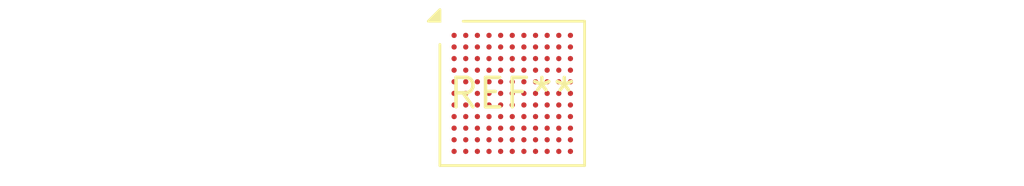
<source format=kicad_pcb>
(kicad_pcb (version 20240108) (generator pcbnew)
  (layers (0 "F.Cu" signal) (31 "B.Cu" signal) (34 "B.Paste" user) (35 "F.Paste" user) (36 "B.SilkS" user "B.Silkscreen") (37 "F.SilkS" user "F.Silkscreen") (38 "B.Mask" user) (39 "F.Mask" user) (44 "Edge.Cuts" user))
  (net 0 "")
  (footprint "ST_UFBGA-121_6x6mm_Layout11x11_P0.5mm" (layer "F.Cu") (at 0 0)
    (property "Reference" "REF**")
    (property "Value" "ST_UFBGA-121_6x6mm_Layout11x11_P0.5mm")
    (fp_line (start -3.11 3.11) (end -3.11 -2.11) (layer "F.SilkS") (stroke (width 0.12)))
    (fp_line (start -2.11 -3.11) (end 3.11 -3.11) (layer "F.SilkS") (stroke (width 0.12)))
    (fp_line (start 3.11 -3.11) (end 3.11 3.11) (layer "F.SilkS") (stroke (width 0.12)))
    (fp_line (start 3.11 3.11) (end -3.11 3.11) (layer "F.SilkS") (stroke (width 0.12)))
    (fp_poly (pts (xy -3.11 -3.11) (xy -3.61 -3.11) (xy -3.11 -3.61) (xy -3.11 -3.11)) (layer "F.SilkS") (stroke (width 0.12)) (fill solid))
    (pad "A1" smd circle (at -2.5 -2.5) (size 0.225 0.225) (property pad_prop_bga) (layers "F.Cu" "F.Paste" "F.Mask"))
    (pad "A2" smd circle (at -2 -2.5) (size 0.225 0.225) (property pad_prop_bga) (layers "F.Cu" "F.Paste" "F.Mask"))
    (pad "A3" smd circle (at -1.5 -2.5) (size 0.225 0.225) (property pad_prop_bga) (layers "F.Cu" "F.Paste" "F.Mask"))
    (pad "A4" smd circle (at -1 -2.5) (size 0.225 0.225) (property pad_prop_bga) (layers "F.Cu" "F.Paste" "F.Mask"))
    (pad "A5" smd circle (at -0.5 -2.5) (size 0.225 0.225) (property pad_prop_bga) (layers "F.Cu" "F.Paste" "F.Mask"))
    (pad "A6" smd circle (at 0 -2.5) (size 0.225 0.225) (property pad_prop_bga) (layers "F.Cu" "F.Paste" "F.Mask"))
    (pad "A7" smd circle (at 0.5 -2.5) (size 0.225 0.225) (property pad_prop_bga) (layers "F.Cu" "F.Paste" "F.Mask"))
    (pad "A8" smd circle (at 1 -2.5) (size 0.225 0.225) (property pad_prop_bga) (layers "F.Cu" "F.Paste" "F.Mask"))
    (pad "A9" smd circle (at 1.5 -2.5) (size 0.225 0.225) (property pad_prop_bga) (layers "F.Cu" "F.Paste" "F.Mask"))
    (pad "A10" smd circle (at 2 -2.5) (size 0.225 0.225) (property pad_prop_bga) (layers "F.Cu" "F.Paste" "F.Mask"))
    (pad "A11" smd circle (at 2.5 -2.5) (size 0.225 0.225) (property pad_prop_bga) (layers "F.Cu" "F.Paste" "F.Mask"))
    (pad "B1" smd circle (at -2.5 -2) (size 0.225 0.225) (property pad_prop_bga) (layers "F.Cu" "F.Paste" "F.Mask"))
    (pad "B2" smd circle (at -2 -2) (size 0.225 0.225) (property pad_prop_bga) (layers "F.Cu" "F.Paste" "F.Mask"))
    (pad "B3" smd circle (at -1.5 -2) (size 0.225 0.225) (property pad_prop_bga) (layers "F.Cu" "F.Paste" "F.Mask"))
    (pad "B4" smd circle (at -1 -2) (size 0.225 0.225) (property pad_prop_bga) (layers "F.Cu" "F.Paste" "F.Mask"))
    (pad "B5" smd circle (at -0.5 -2) (size 0.225 0.225) (property pad_prop_bga) (layers "F.Cu" "F.Paste" "F.Mask"))
    (pad "B6" smd circle (at 0 -2) (size 0.225 0.225) (property pad_prop_bga) (layers "F.Cu" "F.Paste" "F.Mask"))
    (pad "B7" smd circle (at 0.5 -2) (size 0.225 0.225) (property pad_prop_bga) (layers "F.Cu" "F.Paste" "F.Mask"))
    (pad "B8" smd circle (at 1 -2) (size 0.225 0.225) (property pad_prop_bga) (layers "F.Cu" "F.Paste" "F.Mask"))
    (pad "B9" smd circle (at 1.5 -2) (size 0.225 0.225) (property pad_prop_bga) (layers "F.Cu" "F.Paste" "F.Mask"))
    (pad "B10" smd circle (at 2 -2) (size 0.225 0.225) (property pad_prop_bga) (layers "F.Cu" "F.Paste" "F.Mask"))
    (pad "B11" smd circle (at 2.5 -2) (size 0.225 0.225) (property pad_prop_bga) (layers "F.Cu" "F.Paste" "F.Mask"))
    (pad "C1" smd circle (at -2.5 -1.5) (size 0.225 0.225) (property pad_prop_bga) (layers "F.Cu" "F.Paste" "F.Mask"))
    (pad "C2" smd circle (at -2 -1.5) (size 0.225 0.225) (property pad_prop_bga) (layers "F.Cu" "F.Paste" "F.Mask"))
    (pad "C3" smd circle (at -1.5 -1.5) (size 0.225 0.225) (property pad_prop_bga) (layers "F.Cu" "F.Paste" "F.Mask"))
    (pad "C4" smd circle (at -1 -1.5) (size 0.225 0.225) (property pad_prop_bga) (layers "F.Cu" "F.Paste" "F.Mask"))
    (pad "C5" smd circle (at -0.5 -1.5) (size 0.225 0.225) (property pad_prop_bga) (layers "F.Cu" "F.Paste" "F.Mask"))
    (pad "C6" smd circle (at 0 -1.5) (size 0.225 0.225) (property pad_prop_bga) (layers "F.Cu" "F.Paste" "F.Mask"))
    (pad "C7" smd circle (at 0.5 -1.5) (size 0.225 0.225) (property pad_prop_bga) (layers "F.Cu" "F.Paste" "F.Mask"))
    (pad "C8" smd circle (at 1 -1.5) (size 0.225 0.225) (property pad_prop_bga) (layers "F.Cu" "F.Paste" "F.Mask"))
    (pad "C9" smd circle (at 1.5 -1.5) (size 0.225 0.225) (property pad_prop_bga) (layers "F.Cu" "F.Paste" "F.Mask"))
    (pad "C10" smd circle (at 2 -1.5) (size 0.225 0.225) (property pad_prop_bga) (layers "F.Cu" "F.Paste" "F.Mask"))
    (pad "C11" smd circle (at 2.5 -1.5) (size 0.225 0.225) (property pad_prop_bga) (layers "F.Cu" "F.Paste" "F.Mask"))
    (pad "D1" smd circle (at -2.5 -1) (size 0.225 0.225) (property pad_prop_bga) (layers "F.Cu" "F.Paste" "F.Mask"))
    (pad "D2" smd circle (at -2 -1) (size 0.225 0.225) (property pad_prop_bga) (layers "F.Cu" "F.Paste" "F.Mask"))
    (pad "D3" smd circle (at -1.5 -1) (size 0.225 0.225) (property pad_prop_bga) (layers "F.Cu" "F.Paste" "F.Mask"))
    (pad "D4" smd circle (at -1 -1) (size 0.225 0.225) (property pad_prop_bga) (layers "F.Cu" "F.Paste" "F.Mask"))
    (pad "D5" smd circle (at -0.5 -1) (size 0.225 0.225) (property pad_prop_bga) (layers "F.Cu" "F.Paste" "F.Mask"))
    (pad "D6" smd circle (at 0 -1) (size 0.225 0.225) (property pad_prop_bga) (layers "F.Cu" "F.Paste" "F.Mask"))
    (pad "D7" smd circle (at 0.5 -1) (size 0.225 0.225) (property pad_prop_bga) (layers "F.Cu" "F.Paste" "F.Mask"))
    (pad "D8" smd circle (at 1 -1) (size 0.225 0.225) (property pad_prop_bga) (layers "F.Cu" "F.Paste" "F.Mask"))
    (pad "D9" smd circle (at 1.5 -1) (size 0.225 0.225) (property pad_prop_bga) (layers "F.Cu" "F.Paste" "F.Mask"))
    (pad "D10" smd circle (at 2 -1) (size 0.225 0.225) (property pad_prop_bga) (layers "F.Cu" "F.Paste" "F.Mask"))
    (pad "D11" smd circle (at 2.5 -1) (size 0.225 0.225) (property pad_prop_bga) (layers "F.Cu" "F.Paste" "F.Mask"))
    (pad "E1" smd circle (at -2.5 -0.5) (size 0.225 0.225) (property pad_prop_bga) (layers "F.Cu" "F.Paste" "F.Mask"))
    (pad "E2" smd circle (at -2 -0.5) (size 0.225 0.225) (property pad_prop_bga) (layers "F.Cu" "F.Paste" "F.Mask"))
    (pad "E3" smd circle (at -1.5 -0.5) (size 0.225 0.225) (property pad_prop_bga) (layers "F.Cu" "F.Paste" "F.Mask"))
    (pad "E4" smd circle (at -1 -0.5) (size 0.225 0.225) (property pad_prop_bga) (layers "F.Cu" "F.Paste" "F.Mask"))
    (pad "E5" smd circle (at -0.5 -0.5) (size 0.225 0.225) (property pad_prop_bga) (layers "F.Cu" "F.Paste" "F.Mask"))
    (pad "E6" smd circle (at 0 -0.5) (size 0.225 0.225) (property pad_prop_bga) (layers "F.Cu" "F.Paste" "F.Mask"))
    (pad "E7" smd circle (at 0.5 -0.5) (size 0.225 0.225) (property pad_prop_bga) (layers "F.Cu" "F.Paste" "F.Mask"))
    (pad "E8" smd circle (at 1 -0.5) (size 0.225 0.225) (property pad_prop_bga) (layers "F.Cu" "F.Paste" "F.Mask"))
    (pad "E9" smd circle (at 1.5 -0.5) (size 0.225 0.225) (property pad_prop_bga) (layers "F.Cu" "F.Paste" "F.Mask"))
    (pad "E10" smd circle (at 2 -0.5) (size 0.225 0.225) (property pad_prop_bga) (layers "F.Cu" "F.Paste" "F.Mask"))
    (pad "E11" smd circle (at 2.5 -0.5) (size 0.225 0.225) (property pad_prop_bga) (layers "F.Cu" "F.Paste" "F.Mask"))
    (pad "F1" smd circle (at -2.5 0) (size 0.225 0.225) (property pad_prop_bga) (layers "F.Cu" "F.Paste" "F.Mask"))
    (pad "F2" smd circle (at -2 0) (size 0.225 0.225) (property pad_prop_bga) (layers "F.Cu" "F.Paste" "F.Mask"))
    (pad "F3" smd circle (at -1.5 0) (size 0.225 0.225) (property pad_prop_bga) (layers "F.Cu" "F.Paste" "F.Mask"))
    (pad "F4" smd circle (at -1 0) (size 0.225 0.225) (property pad_prop_bga) (layers "F.Cu" "F.Paste" "F.Mask"))
    (pad "F5" smd circle (at -0.5 0) (size 0.225 0.225) (property pad_prop_bga) (layers "F.Cu" "F.Paste" "F.Mask"))
    (pad "F6" smd circle (at 0 0) (size 0.225 0.225) (property pad_prop_bga) (layers "F.Cu" "F.Paste" "F.Mask"))
    (pad "F7" smd circle (at 0.5 0) (size 0.225 0.225) (property pad_prop_bga) (layers "F.Cu" "F.Paste" "F.Mask"))
    (pad "F8" smd circle (at 1 0) (size 0.225 0.225) (property pad_prop_bga) (layers "F.Cu" "F.Paste" "F.Mask"))
    (pad "F9" smd circle (at 1.5 0) (size 0.225 0.225) (property pad_prop_bga) (layers "F.Cu" "F.Paste" "F.Mask"))
    (pad "F10" smd circle (at 2 0) (size 0.225 0.225) (property pad_prop_bga) (layers "F.Cu" "F.Paste" "F.Mask"))
    (pad "F11" smd circle (at 2.5 0) (size 0.225 0.225) (property pad_prop_bga) (layers "F.Cu" "F.Paste" "F.Mask"))
    (pad "G1" smd circle (at -2.5 0.5) (size 0.225 0.225) (property pad_prop_bga) (layers "F.Cu" "F.Paste" "F.Mask"))
    (pad "G2" smd circle (at -2 0.5) (size 0.225 0.225) (property pad_prop_bga) (layers "F.Cu" "F.Paste" "F.Mask"))
    (pad "G3" smd circle (at -1.5 0.5) (size 0.225 0.225) (property pad_prop_bga) (layers "F.Cu" "F.Paste" "F.Mask"))
    (pad "G4" smd circle (at -1 0.5) (size 0.225 0.225) (property pad_prop_bga) (layers "F.Cu" "F.Paste" "F.Mask"))
    (pad "G5" smd circle (at -0.5 0.5) (size 0.225 0.225) (property pad_prop_bga) (layers "F.Cu" "F.Paste" "F.Mask"))
    (pad "G6" smd circle (at 0 0.5) (size 0.225 0.225) (property pad_prop_bga) (layers "F.Cu" "F.Paste" "F.Mask"))
    (pad "G7" smd circle (at 0.5 0.5) (size 0.225 0.225) (property pad_prop_bga) (layers "F.Cu" "F.Paste" "F.Mask"))
    (pad "G8" smd circle (at 1 0.5) (size 0.225 0.225) (property pad_prop_bga) (layers "F.Cu" "F.Paste" "F.Mask"))
    (pad "G9" smd circle (at 1.5 0.5) (size 0.225 0.225) (property pad_prop_bga) (layers "F.Cu" "F.Paste" "F.Mask"))
    (pad "G10" smd circle (at 2 0.5) (size 0.225 0.225) (property pad_prop_bga) (layers "F.Cu" "F.Paste" "F.Mask"))
    (pad "G11" smd circle (at 2.5 0.5) (size 0.225 0.225) (property pad_prop_bga) (layers "F.Cu" "F.Paste" "F.Mask"))
    (pad "H1" smd circle (at -2.5 1) (size 0.225 0.225) (property pad_prop_bga) (layers "F.Cu" "F.Paste" "F.Mask"))
    (pad "H2" smd circle (at -2 1) (size 0.225 0.225) (property pad_prop_bga) (layers "F.Cu" "F.Paste" "F.Mask"))
    (pad "H3" smd circle (at -1.5 1) (size 0.225 0.225) (property pad_prop_bga) (layers "F.Cu" "F.Paste" "F.Mask"))
    (pad "H4" smd circle (at -1 1) (size 0.225 0.225) (property pad_prop_bga) (layers "F.Cu" "F.Paste" "F.Mask"))
    (pad "H5" smd circle (at -0.5 1) (size 0.225 0.225) (property pad_prop_bga) (layers "F.Cu" "F.Paste" "F.Mask"))
    (pad "H6" smd circle (at 0 1) (size 0.225 0.225) (property pad_prop_bga) (layers "F.Cu" "F.Paste" "F.Mask"))
    (pad "H7" smd circle (at 0.5 1) (size 0.225 0.225) (property pad_prop_bga) (layers "F.Cu" "F.Paste" "F.Mask"))
    (pad "H8" smd circle (at 1 1) (size 0.225 0.225) (property pad_prop_bga) (layers "F.Cu" "F.Paste" "F.Mask"))
    (pad "H9" smd circle (at 1.5 1) (size 0.225 0.225) (property pad_prop_bga) (layers "F.Cu" "F.Paste" "F.Mask"))
    (pad "H10" smd circle (at 2 1) (size 0.225 0.225) (property pad_prop_bga) (layers "F.Cu" "F.Paste" "F.Mask"))
    (pad "H11" smd circle (at 2.5 1) (size 0.225 0.225) (property pad_prop_bga) (layers "F.Cu" "F.Paste" "F.Mask"))
    (pad "J1" smd circle (at -2.5 1.5) (size 0.225 0.225) (property pad_prop_bga) (layers "F.Cu" "F.Paste" "F.Mask"))
    (pad "J2" smd circle (at -2 1.5) (size 0.225 0.225) (property pad_prop_bga) (layers "F.Cu" "F.Paste" "F.Mask"))
    (pad "J3" smd circle (at -1.5 1.5) (size 0.225 0.225) (property pad_prop_bga) (layers "F.Cu" "F.Paste" "F.Mask"))
    (pad "J4" smd circle (at -1 1.5) (size 0.225 0.225) (property pad_prop_bga) (layers "F.Cu" "F.Paste" "F.Mask"))
    (pad "J5" smd circle (at -0.5 1.5) (size 0.225 0.225) (property pad_prop_bga) (layers "F.Cu" "F.Paste" "F.Mask"))
    (pad "J6" smd circle (at 0 1.5) (size 0.225 0.225) (property pad_prop_bga) (layers "F.Cu" "F.Paste" "F.Mask"))
    (pad "J7" smd circle (at 0.5 1.5) (size 0.225 0.225) (property pad_prop_bga) (layers "F.Cu" "F.Paste" "F.Mask"))
    (pad "J8" smd circle (at 1 1.5) (size 0.225 0.225) (property pad_prop_bga) (layers "F.Cu" "F.Paste" "F.Mask"))
    (pad "J9" smd circle (at 1.5 1.5) (size 0.225 0.225) (property pad_prop_bga) (layers "F.Cu" "F.Paste" "F.Mask"))
    (pad "J10" smd circle (at 2 1.5) (size 0.225 0.225) (property pad_prop_bga) (layers "F.Cu" "F.Paste" "F.Mask"))
    (pad "J11" smd circle (at 2.5 1.5) (size 0.225 0.225) (property pad_prop_bga) (layers "F.Cu" "F.Paste" "F.Mask"))
    (pad "K1" smd circle (at -2.5 2) (size 0.225 0.225) (property pad_prop_bga) (layers "F.Cu" "F.Paste" "F.Mask"))
    (pad "K2" smd circle (at -2 2) (size 0.225 0.225) (property pad_prop_bga) (layers "F.Cu" "F.Paste" "F.Mask"))
    (pad "K3" smd circle (at -1.5 2) (size 0.225 0.225) (property pad_prop_bga) (layers "F.Cu" "F.Paste" "F.Mask"))
    (pad "K4" smd circle (at -1 2) (size 0.225 0.225) (property pad_prop_bga) (layers "F.Cu" "F.Paste" "F.Mask"))
    (pad "K5" smd circle (at -0.5 2) (size 0.225 0.225) (property pad_prop_bga) (layers "F.Cu" "F.Paste" "F.Mask"))
    (pad "K6" smd circle (at 0 2) (size 0.225 0.225) (property pad_prop_bga) (layers "F.Cu" "F.Paste" "F.Mask"))
    (pad "K7" smd circle (at 0.5 2) (size 0.225 0.225) (property pad_prop_bga) (layers "F.Cu" "F.Paste" "F.Mask"))
    (pad "K8" smd circle (at 1 2) (size 0.225 0.225) (property pad_prop_bga) (layers "F.Cu" "F.Paste" "F.Mask"))
    (pad "K9" smd circle (at 1.5 2) (size 0.225 0.225) (property pad_prop_bga) (layers "F.Cu" "F.Paste" "F.Mask"))
    (pad "K10" smd circle (at 2 2) (size 0.225 0.225) (property pad_prop_bga) (layers "F.Cu" "F.Paste" "F.Mask"))
    (pad "K11" smd circle (at 2.5 2) (size 0.225 0.225) (property pad_prop_bga) (layers "F.Cu" "F.Paste" "F.Mask"))
    (pad "L1" smd circle (at -2.5 2.5) (size 0.225 0.225) (property pad_prop_bga) (layers "F.Cu" "F.Paste" "F.Mask"))
    (pad "L2" smd circle (at -2 2.5) (size 0.225 0.225) (property pad_prop_bga) (layers "F.Cu" "F.Paste" "F.Mask"))
    (pad "L3" smd circle (at -1.5 2.5) (size 0.225 0.225) (property pad_prop_bga) (layers "F.Cu" "F.Paste" "F.Mask"))
    (pad "L4" smd circle (at -1 2.5) (size 0.225 0.225) (property pad_prop_bga) (layers "F.Cu" "F.Paste" "F.Mask"))
    (pad "L5" smd circle (at -0.5 2.5) (size 0.225 0.225) (property pad_prop_bga) (layers "F.Cu" "F.Paste" "F.Mask"))
    (pad "L6" smd circle (at 0 2.5) (size 0.225 0.225) (property pad_prop_bga) (layers "F.Cu" "F.Paste" "F.Mask"))
    (pad "L7" smd circle (at 0.5 2.5) (size 0.225 0.225) (property pad_prop_bga) (layers "F.Cu" "F.Paste" "F.Mask"))
    (pad "L8" smd circle (at 1 2.5) (size 0.225 0.225) (property pad_prop_bga) (layers "F.Cu" "F.Paste" "F.Mask"))
    (pad "L9" smd circle (at 1.5 2.5) (size 0.225 0.225) (property pad_prop_bga) (layers "F.Cu" "F.Paste" "F.Mask"))
    (pad "L10" smd circle (at 2 2.5) (size 0.225 0.225) (property pad_prop_bga) (layers "F.Cu" "F.Paste" "F.Mask"))
    (pad "L11" smd circle (at 2.5 2.5) (size 0.225 0.225) (property pad_prop_bga) (layers "F.Cu" "F.Paste" "F.Mask"))
  )
)
</source>
